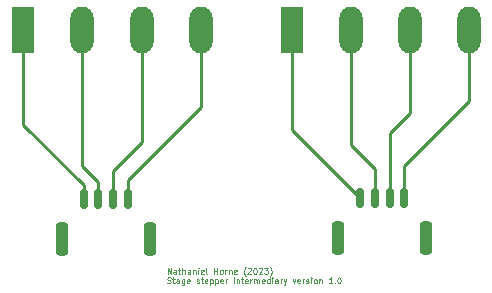
<source format=gbr>
%TF.GenerationSoftware,KiCad,Pcbnew,7.0.6-7.0.6~ubuntu22.04.1*%
%TF.CreationDate,2023-07-24T17:50:47-06:00*%
%TF.ProjectId,stepper_microscope_stage_intermediaries,73746570-7065-4725-9f6d-6963726f7363,rev?*%
%TF.SameCoordinates,Original*%
%TF.FileFunction,Copper,L1,Top*%
%TF.FilePolarity,Positive*%
%FSLAX46Y46*%
G04 Gerber Fmt 4.6, Leading zero omitted, Abs format (unit mm)*
G04 Created by KiCad (PCBNEW 7.0.6-7.0.6~ubuntu22.04.1) date 2023-07-24 17:50:47*
%MOMM*%
%LPD*%
G01*
G04 APERTURE LIST*
G04 Aperture macros list*
%AMRoundRect*
0 Rectangle with rounded corners*
0 $1 Rounding radius*
0 $2 $3 $4 $5 $6 $7 $8 $9 X,Y pos of 4 corners*
0 Add a 4 corners polygon primitive as box body*
4,1,4,$2,$3,$4,$5,$6,$7,$8,$9,$2,$3,0*
0 Add four circle primitives for the rounded corners*
1,1,$1+$1,$2,$3*
1,1,$1+$1,$4,$5*
1,1,$1+$1,$6,$7*
1,1,$1+$1,$8,$9*
0 Add four rect primitives between the rounded corners*
20,1,$1+$1,$2,$3,$4,$5,0*
20,1,$1+$1,$4,$5,$6,$7,0*
20,1,$1+$1,$6,$7,$8,$9,0*
20,1,$1+$1,$8,$9,$2,$3,0*%
G04 Aperture macros list end*
%ADD10C,0.125000*%
%TA.AperFunction,NonConductor*%
%ADD11C,0.125000*%
%TD*%
%TA.AperFunction,ComponentPad*%
%ADD12R,1.980000X3.960000*%
%TD*%
%TA.AperFunction,ComponentPad*%
%ADD13O,1.980000X3.960000*%
%TD*%
%TA.AperFunction,SMDPad,CuDef*%
%ADD14RoundRect,0.250000X0.250000X1.150000X-0.250000X1.150000X-0.250000X-1.150000X0.250000X-1.150000X0*%
%TD*%
%TA.AperFunction,SMDPad,CuDef*%
%ADD15RoundRect,0.150000X0.150000X0.700000X-0.150000X0.700000X-0.150000X-0.700000X0.150000X-0.700000X0*%
%TD*%
%TA.AperFunction,Conductor*%
%ADD16C,0.250000*%
%TD*%
G04 APERTURE END LIST*
D10*
D11*
X148201283Y-114377309D02*
X148201283Y-113877309D01*
X148201283Y-113877309D02*
X148486997Y-114377309D01*
X148486997Y-114377309D02*
X148486997Y-113877309D01*
X148939379Y-114377309D02*
X148939379Y-114115404D01*
X148939379Y-114115404D02*
X148915569Y-114067785D01*
X148915569Y-114067785D02*
X148867950Y-114043976D01*
X148867950Y-114043976D02*
X148772712Y-114043976D01*
X148772712Y-114043976D02*
X148725093Y-114067785D01*
X148939379Y-114353500D02*
X148891760Y-114377309D01*
X148891760Y-114377309D02*
X148772712Y-114377309D01*
X148772712Y-114377309D02*
X148725093Y-114353500D01*
X148725093Y-114353500D02*
X148701284Y-114305880D01*
X148701284Y-114305880D02*
X148701284Y-114258261D01*
X148701284Y-114258261D02*
X148725093Y-114210642D01*
X148725093Y-114210642D02*
X148772712Y-114186833D01*
X148772712Y-114186833D02*
X148891760Y-114186833D01*
X148891760Y-114186833D02*
X148939379Y-114163023D01*
X149106046Y-114043976D02*
X149296522Y-114043976D01*
X149177474Y-113877309D02*
X149177474Y-114305880D01*
X149177474Y-114305880D02*
X149201284Y-114353500D01*
X149201284Y-114353500D02*
X149248903Y-114377309D01*
X149248903Y-114377309D02*
X149296522Y-114377309D01*
X149463188Y-114377309D02*
X149463188Y-113877309D01*
X149677474Y-114377309D02*
X149677474Y-114115404D01*
X149677474Y-114115404D02*
X149653664Y-114067785D01*
X149653664Y-114067785D02*
X149606045Y-114043976D01*
X149606045Y-114043976D02*
X149534617Y-114043976D01*
X149534617Y-114043976D02*
X149486998Y-114067785D01*
X149486998Y-114067785D02*
X149463188Y-114091595D01*
X150129855Y-114377309D02*
X150129855Y-114115404D01*
X150129855Y-114115404D02*
X150106045Y-114067785D01*
X150106045Y-114067785D02*
X150058426Y-114043976D01*
X150058426Y-114043976D02*
X149963188Y-114043976D01*
X149963188Y-114043976D02*
X149915569Y-114067785D01*
X150129855Y-114353500D02*
X150082236Y-114377309D01*
X150082236Y-114377309D02*
X149963188Y-114377309D01*
X149963188Y-114377309D02*
X149915569Y-114353500D01*
X149915569Y-114353500D02*
X149891760Y-114305880D01*
X149891760Y-114305880D02*
X149891760Y-114258261D01*
X149891760Y-114258261D02*
X149915569Y-114210642D01*
X149915569Y-114210642D02*
X149963188Y-114186833D01*
X149963188Y-114186833D02*
X150082236Y-114186833D01*
X150082236Y-114186833D02*
X150129855Y-114163023D01*
X150367950Y-114043976D02*
X150367950Y-114377309D01*
X150367950Y-114091595D02*
X150391760Y-114067785D01*
X150391760Y-114067785D02*
X150439379Y-114043976D01*
X150439379Y-114043976D02*
X150510807Y-114043976D01*
X150510807Y-114043976D02*
X150558426Y-114067785D01*
X150558426Y-114067785D02*
X150582236Y-114115404D01*
X150582236Y-114115404D02*
X150582236Y-114377309D01*
X150820331Y-114377309D02*
X150820331Y-114043976D01*
X150820331Y-113877309D02*
X150796522Y-113901119D01*
X150796522Y-113901119D02*
X150820331Y-113924928D01*
X150820331Y-113924928D02*
X150844141Y-113901119D01*
X150844141Y-113901119D02*
X150820331Y-113877309D01*
X150820331Y-113877309D02*
X150820331Y-113924928D01*
X151248902Y-114353500D02*
X151201283Y-114377309D01*
X151201283Y-114377309D02*
X151106045Y-114377309D01*
X151106045Y-114377309D02*
X151058426Y-114353500D01*
X151058426Y-114353500D02*
X151034617Y-114305880D01*
X151034617Y-114305880D02*
X151034617Y-114115404D01*
X151034617Y-114115404D02*
X151058426Y-114067785D01*
X151058426Y-114067785D02*
X151106045Y-114043976D01*
X151106045Y-114043976D02*
X151201283Y-114043976D01*
X151201283Y-114043976D02*
X151248902Y-114067785D01*
X151248902Y-114067785D02*
X151272712Y-114115404D01*
X151272712Y-114115404D02*
X151272712Y-114163023D01*
X151272712Y-114163023D02*
X151034617Y-114210642D01*
X151558426Y-114377309D02*
X151510807Y-114353500D01*
X151510807Y-114353500D02*
X151486997Y-114305880D01*
X151486997Y-114305880D02*
X151486997Y-113877309D01*
X152129854Y-114377309D02*
X152129854Y-113877309D01*
X152129854Y-114115404D02*
X152415568Y-114115404D01*
X152415568Y-114377309D02*
X152415568Y-113877309D01*
X152725093Y-114377309D02*
X152677474Y-114353500D01*
X152677474Y-114353500D02*
X152653664Y-114329690D01*
X152653664Y-114329690D02*
X152629855Y-114282071D01*
X152629855Y-114282071D02*
X152629855Y-114139214D01*
X152629855Y-114139214D02*
X152653664Y-114091595D01*
X152653664Y-114091595D02*
X152677474Y-114067785D01*
X152677474Y-114067785D02*
X152725093Y-114043976D01*
X152725093Y-114043976D02*
X152796521Y-114043976D01*
X152796521Y-114043976D02*
X152844140Y-114067785D01*
X152844140Y-114067785D02*
X152867950Y-114091595D01*
X152867950Y-114091595D02*
X152891759Y-114139214D01*
X152891759Y-114139214D02*
X152891759Y-114282071D01*
X152891759Y-114282071D02*
X152867950Y-114329690D01*
X152867950Y-114329690D02*
X152844140Y-114353500D01*
X152844140Y-114353500D02*
X152796521Y-114377309D01*
X152796521Y-114377309D02*
X152725093Y-114377309D01*
X153106045Y-114377309D02*
X153106045Y-114043976D01*
X153106045Y-114139214D02*
X153129855Y-114091595D01*
X153129855Y-114091595D02*
X153153664Y-114067785D01*
X153153664Y-114067785D02*
X153201283Y-114043976D01*
X153201283Y-114043976D02*
X153248902Y-114043976D01*
X153415569Y-114043976D02*
X153415569Y-114377309D01*
X153415569Y-114091595D02*
X153439379Y-114067785D01*
X153439379Y-114067785D02*
X153486998Y-114043976D01*
X153486998Y-114043976D02*
X153558426Y-114043976D01*
X153558426Y-114043976D02*
X153606045Y-114067785D01*
X153606045Y-114067785D02*
X153629855Y-114115404D01*
X153629855Y-114115404D02*
X153629855Y-114377309D01*
X154058426Y-114353500D02*
X154010807Y-114377309D01*
X154010807Y-114377309D02*
X153915569Y-114377309D01*
X153915569Y-114377309D02*
X153867950Y-114353500D01*
X153867950Y-114353500D02*
X153844141Y-114305880D01*
X153844141Y-114305880D02*
X153844141Y-114115404D01*
X153844141Y-114115404D02*
X153867950Y-114067785D01*
X153867950Y-114067785D02*
X153915569Y-114043976D01*
X153915569Y-114043976D02*
X154010807Y-114043976D01*
X154010807Y-114043976D02*
X154058426Y-114067785D01*
X154058426Y-114067785D02*
X154082236Y-114115404D01*
X154082236Y-114115404D02*
X154082236Y-114163023D01*
X154082236Y-114163023D02*
X153844141Y-114210642D01*
X154820330Y-114567785D02*
X154796521Y-114543976D01*
X154796521Y-114543976D02*
X154748902Y-114472547D01*
X154748902Y-114472547D02*
X154725092Y-114424928D01*
X154725092Y-114424928D02*
X154701283Y-114353500D01*
X154701283Y-114353500D02*
X154677473Y-114234452D01*
X154677473Y-114234452D02*
X154677473Y-114139214D01*
X154677473Y-114139214D02*
X154701283Y-114020166D01*
X154701283Y-114020166D02*
X154725092Y-113948738D01*
X154725092Y-113948738D02*
X154748902Y-113901119D01*
X154748902Y-113901119D02*
X154796521Y-113829690D01*
X154796521Y-113829690D02*
X154820330Y-113805880D01*
X154986997Y-113924928D02*
X155010806Y-113901119D01*
X155010806Y-113901119D02*
X155058425Y-113877309D01*
X155058425Y-113877309D02*
X155177473Y-113877309D01*
X155177473Y-113877309D02*
X155225092Y-113901119D01*
X155225092Y-113901119D02*
X155248901Y-113924928D01*
X155248901Y-113924928D02*
X155272711Y-113972547D01*
X155272711Y-113972547D02*
X155272711Y-114020166D01*
X155272711Y-114020166D02*
X155248901Y-114091595D01*
X155248901Y-114091595D02*
X154963187Y-114377309D01*
X154963187Y-114377309D02*
X155272711Y-114377309D01*
X155582234Y-113877309D02*
X155629853Y-113877309D01*
X155629853Y-113877309D02*
X155677472Y-113901119D01*
X155677472Y-113901119D02*
X155701282Y-113924928D01*
X155701282Y-113924928D02*
X155725091Y-113972547D01*
X155725091Y-113972547D02*
X155748901Y-114067785D01*
X155748901Y-114067785D02*
X155748901Y-114186833D01*
X155748901Y-114186833D02*
X155725091Y-114282071D01*
X155725091Y-114282071D02*
X155701282Y-114329690D01*
X155701282Y-114329690D02*
X155677472Y-114353500D01*
X155677472Y-114353500D02*
X155629853Y-114377309D01*
X155629853Y-114377309D02*
X155582234Y-114377309D01*
X155582234Y-114377309D02*
X155534615Y-114353500D01*
X155534615Y-114353500D02*
X155510806Y-114329690D01*
X155510806Y-114329690D02*
X155486996Y-114282071D01*
X155486996Y-114282071D02*
X155463187Y-114186833D01*
X155463187Y-114186833D02*
X155463187Y-114067785D01*
X155463187Y-114067785D02*
X155486996Y-113972547D01*
X155486996Y-113972547D02*
X155510806Y-113924928D01*
X155510806Y-113924928D02*
X155534615Y-113901119D01*
X155534615Y-113901119D02*
X155582234Y-113877309D01*
X155939377Y-113924928D02*
X155963186Y-113901119D01*
X155963186Y-113901119D02*
X156010805Y-113877309D01*
X156010805Y-113877309D02*
X156129853Y-113877309D01*
X156129853Y-113877309D02*
X156177472Y-113901119D01*
X156177472Y-113901119D02*
X156201281Y-113924928D01*
X156201281Y-113924928D02*
X156225091Y-113972547D01*
X156225091Y-113972547D02*
X156225091Y-114020166D01*
X156225091Y-114020166D02*
X156201281Y-114091595D01*
X156201281Y-114091595D02*
X155915567Y-114377309D01*
X155915567Y-114377309D02*
X156225091Y-114377309D01*
X156391757Y-113877309D02*
X156701281Y-113877309D01*
X156701281Y-113877309D02*
X156534614Y-114067785D01*
X156534614Y-114067785D02*
X156606043Y-114067785D01*
X156606043Y-114067785D02*
X156653662Y-114091595D01*
X156653662Y-114091595D02*
X156677471Y-114115404D01*
X156677471Y-114115404D02*
X156701281Y-114163023D01*
X156701281Y-114163023D02*
X156701281Y-114282071D01*
X156701281Y-114282071D02*
X156677471Y-114329690D01*
X156677471Y-114329690D02*
X156653662Y-114353500D01*
X156653662Y-114353500D02*
X156606043Y-114377309D01*
X156606043Y-114377309D02*
X156463186Y-114377309D01*
X156463186Y-114377309D02*
X156415567Y-114353500D01*
X156415567Y-114353500D02*
X156391757Y-114329690D01*
X156867947Y-114567785D02*
X156891757Y-114543976D01*
X156891757Y-114543976D02*
X156939376Y-114472547D01*
X156939376Y-114472547D02*
X156963185Y-114424928D01*
X156963185Y-114424928D02*
X156986995Y-114353500D01*
X156986995Y-114353500D02*
X157010804Y-114234452D01*
X157010804Y-114234452D02*
X157010804Y-114139214D01*
X157010804Y-114139214D02*
X156986995Y-114020166D01*
X156986995Y-114020166D02*
X156963185Y-113948738D01*
X156963185Y-113948738D02*
X156939376Y-113901119D01*
X156939376Y-113901119D02*
X156891757Y-113829690D01*
X156891757Y-113829690D02*
X156867947Y-113805880D01*
X148177474Y-115158500D02*
X148248902Y-115182309D01*
X148248902Y-115182309D02*
X148367950Y-115182309D01*
X148367950Y-115182309D02*
X148415569Y-115158500D01*
X148415569Y-115158500D02*
X148439378Y-115134690D01*
X148439378Y-115134690D02*
X148463188Y-115087071D01*
X148463188Y-115087071D02*
X148463188Y-115039452D01*
X148463188Y-115039452D02*
X148439378Y-114991833D01*
X148439378Y-114991833D02*
X148415569Y-114968023D01*
X148415569Y-114968023D02*
X148367950Y-114944214D01*
X148367950Y-114944214D02*
X148272712Y-114920404D01*
X148272712Y-114920404D02*
X148225093Y-114896595D01*
X148225093Y-114896595D02*
X148201283Y-114872785D01*
X148201283Y-114872785D02*
X148177474Y-114825166D01*
X148177474Y-114825166D02*
X148177474Y-114777547D01*
X148177474Y-114777547D02*
X148201283Y-114729928D01*
X148201283Y-114729928D02*
X148225093Y-114706119D01*
X148225093Y-114706119D02*
X148272712Y-114682309D01*
X148272712Y-114682309D02*
X148391759Y-114682309D01*
X148391759Y-114682309D02*
X148463188Y-114706119D01*
X148606045Y-114848976D02*
X148796521Y-114848976D01*
X148677473Y-114682309D02*
X148677473Y-115110880D01*
X148677473Y-115110880D02*
X148701283Y-115158500D01*
X148701283Y-115158500D02*
X148748902Y-115182309D01*
X148748902Y-115182309D02*
X148796521Y-115182309D01*
X149177473Y-115182309D02*
X149177473Y-114920404D01*
X149177473Y-114920404D02*
X149153663Y-114872785D01*
X149153663Y-114872785D02*
X149106044Y-114848976D01*
X149106044Y-114848976D02*
X149010806Y-114848976D01*
X149010806Y-114848976D02*
X148963187Y-114872785D01*
X149177473Y-115158500D02*
X149129854Y-115182309D01*
X149129854Y-115182309D02*
X149010806Y-115182309D01*
X149010806Y-115182309D02*
X148963187Y-115158500D01*
X148963187Y-115158500D02*
X148939378Y-115110880D01*
X148939378Y-115110880D02*
X148939378Y-115063261D01*
X148939378Y-115063261D02*
X148963187Y-115015642D01*
X148963187Y-115015642D02*
X149010806Y-114991833D01*
X149010806Y-114991833D02*
X149129854Y-114991833D01*
X149129854Y-114991833D02*
X149177473Y-114968023D01*
X149629854Y-114848976D02*
X149629854Y-115253738D01*
X149629854Y-115253738D02*
X149606044Y-115301357D01*
X149606044Y-115301357D02*
X149582235Y-115325166D01*
X149582235Y-115325166D02*
X149534616Y-115348976D01*
X149534616Y-115348976D02*
X149463187Y-115348976D01*
X149463187Y-115348976D02*
X149415568Y-115325166D01*
X149629854Y-115158500D02*
X149582235Y-115182309D01*
X149582235Y-115182309D02*
X149486997Y-115182309D01*
X149486997Y-115182309D02*
X149439378Y-115158500D01*
X149439378Y-115158500D02*
X149415568Y-115134690D01*
X149415568Y-115134690D02*
X149391759Y-115087071D01*
X149391759Y-115087071D02*
X149391759Y-114944214D01*
X149391759Y-114944214D02*
X149415568Y-114896595D01*
X149415568Y-114896595D02*
X149439378Y-114872785D01*
X149439378Y-114872785D02*
X149486997Y-114848976D01*
X149486997Y-114848976D02*
X149582235Y-114848976D01*
X149582235Y-114848976D02*
X149629854Y-114872785D01*
X150058425Y-115158500D02*
X150010806Y-115182309D01*
X150010806Y-115182309D02*
X149915568Y-115182309D01*
X149915568Y-115182309D02*
X149867949Y-115158500D01*
X149867949Y-115158500D02*
X149844140Y-115110880D01*
X149844140Y-115110880D02*
X149844140Y-114920404D01*
X149844140Y-114920404D02*
X149867949Y-114872785D01*
X149867949Y-114872785D02*
X149915568Y-114848976D01*
X149915568Y-114848976D02*
X150010806Y-114848976D01*
X150010806Y-114848976D02*
X150058425Y-114872785D01*
X150058425Y-114872785D02*
X150082235Y-114920404D01*
X150082235Y-114920404D02*
X150082235Y-114968023D01*
X150082235Y-114968023D02*
X149844140Y-115015642D01*
X150653663Y-115158500D02*
X150701282Y-115182309D01*
X150701282Y-115182309D02*
X150796520Y-115182309D01*
X150796520Y-115182309D02*
X150844139Y-115158500D01*
X150844139Y-115158500D02*
X150867948Y-115110880D01*
X150867948Y-115110880D02*
X150867948Y-115087071D01*
X150867948Y-115087071D02*
X150844139Y-115039452D01*
X150844139Y-115039452D02*
X150796520Y-115015642D01*
X150796520Y-115015642D02*
X150725091Y-115015642D01*
X150725091Y-115015642D02*
X150677472Y-114991833D01*
X150677472Y-114991833D02*
X150653663Y-114944214D01*
X150653663Y-114944214D02*
X150653663Y-114920404D01*
X150653663Y-114920404D02*
X150677472Y-114872785D01*
X150677472Y-114872785D02*
X150725091Y-114848976D01*
X150725091Y-114848976D02*
X150796520Y-114848976D01*
X150796520Y-114848976D02*
X150844139Y-114872785D01*
X151010806Y-114848976D02*
X151201282Y-114848976D01*
X151082234Y-114682309D02*
X151082234Y-115110880D01*
X151082234Y-115110880D02*
X151106044Y-115158500D01*
X151106044Y-115158500D02*
X151153663Y-115182309D01*
X151153663Y-115182309D02*
X151201282Y-115182309D01*
X151558424Y-115158500D02*
X151510805Y-115182309D01*
X151510805Y-115182309D02*
X151415567Y-115182309D01*
X151415567Y-115182309D02*
X151367948Y-115158500D01*
X151367948Y-115158500D02*
X151344139Y-115110880D01*
X151344139Y-115110880D02*
X151344139Y-114920404D01*
X151344139Y-114920404D02*
X151367948Y-114872785D01*
X151367948Y-114872785D02*
X151415567Y-114848976D01*
X151415567Y-114848976D02*
X151510805Y-114848976D01*
X151510805Y-114848976D02*
X151558424Y-114872785D01*
X151558424Y-114872785D02*
X151582234Y-114920404D01*
X151582234Y-114920404D02*
X151582234Y-114968023D01*
X151582234Y-114968023D02*
X151344139Y-115015642D01*
X151796519Y-114848976D02*
X151796519Y-115348976D01*
X151796519Y-114872785D02*
X151844138Y-114848976D01*
X151844138Y-114848976D02*
X151939376Y-114848976D01*
X151939376Y-114848976D02*
X151986995Y-114872785D01*
X151986995Y-114872785D02*
X152010805Y-114896595D01*
X152010805Y-114896595D02*
X152034614Y-114944214D01*
X152034614Y-114944214D02*
X152034614Y-115087071D01*
X152034614Y-115087071D02*
X152010805Y-115134690D01*
X152010805Y-115134690D02*
X151986995Y-115158500D01*
X151986995Y-115158500D02*
X151939376Y-115182309D01*
X151939376Y-115182309D02*
X151844138Y-115182309D01*
X151844138Y-115182309D02*
X151796519Y-115158500D01*
X152248900Y-114848976D02*
X152248900Y-115348976D01*
X152248900Y-114872785D02*
X152296519Y-114848976D01*
X152296519Y-114848976D02*
X152391757Y-114848976D01*
X152391757Y-114848976D02*
X152439376Y-114872785D01*
X152439376Y-114872785D02*
X152463186Y-114896595D01*
X152463186Y-114896595D02*
X152486995Y-114944214D01*
X152486995Y-114944214D02*
X152486995Y-115087071D01*
X152486995Y-115087071D02*
X152463186Y-115134690D01*
X152463186Y-115134690D02*
X152439376Y-115158500D01*
X152439376Y-115158500D02*
X152391757Y-115182309D01*
X152391757Y-115182309D02*
X152296519Y-115182309D01*
X152296519Y-115182309D02*
X152248900Y-115158500D01*
X152891757Y-115158500D02*
X152844138Y-115182309D01*
X152844138Y-115182309D02*
X152748900Y-115182309D01*
X152748900Y-115182309D02*
X152701281Y-115158500D01*
X152701281Y-115158500D02*
X152677472Y-115110880D01*
X152677472Y-115110880D02*
X152677472Y-114920404D01*
X152677472Y-114920404D02*
X152701281Y-114872785D01*
X152701281Y-114872785D02*
X152748900Y-114848976D01*
X152748900Y-114848976D02*
X152844138Y-114848976D01*
X152844138Y-114848976D02*
X152891757Y-114872785D01*
X152891757Y-114872785D02*
X152915567Y-114920404D01*
X152915567Y-114920404D02*
X152915567Y-114968023D01*
X152915567Y-114968023D02*
X152677472Y-115015642D01*
X153129852Y-115182309D02*
X153129852Y-114848976D01*
X153129852Y-114944214D02*
X153153662Y-114896595D01*
X153153662Y-114896595D02*
X153177471Y-114872785D01*
X153177471Y-114872785D02*
X153225090Y-114848976D01*
X153225090Y-114848976D02*
X153272709Y-114848976D01*
X153820328Y-115182309D02*
X153820328Y-114848976D01*
X153820328Y-114682309D02*
X153796519Y-114706119D01*
X153796519Y-114706119D02*
X153820328Y-114729928D01*
X153820328Y-114729928D02*
X153844138Y-114706119D01*
X153844138Y-114706119D02*
X153820328Y-114682309D01*
X153820328Y-114682309D02*
X153820328Y-114729928D01*
X154058423Y-114848976D02*
X154058423Y-115182309D01*
X154058423Y-114896595D02*
X154082233Y-114872785D01*
X154082233Y-114872785D02*
X154129852Y-114848976D01*
X154129852Y-114848976D02*
X154201280Y-114848976D01*
X154201280Y-114848976D02*
X154248899Y-114872785D01*
X154248899Y-114872785D02*
X154272709Y-114920404D01*
X154272709Y-114920404D02*
X154272709Y-115182309D01*
X154439376Y-114848976D02*
X154629852Y-114848976D01*
X154510804Y-114682309D02*
X154510804Y-115110880D01*
X154510804Y-115110880D02*
X154534614Y-115158500D01*
X154534614Y-115158500D02*
X154582233Y-115182309D01*
X154582233Y-115182309D02*
X154629852Y-115182309D01*
X154986994Y-115158500D02*
X154939375Y-115182309D01*
X154939375Y-115182309D02*
X154844137Y-115182309D01*
X154844137Y-115182309D02*
X154796518Y-115158500D01*
X154796518Y-115158500D02*
X154772709Y-115110880D01*
X154772709Y-115110880D02*
X154772709Y-114920404D01*
X154772709Y-114920404D02*
X154796518Y-114872785D01*
X154796518Y-114872785D02*
X154844137Y-114848976D01*
X154844137Y-114848976D02*
X154939375Y-114848976D01*
X154939375Y-114848976D02*
X154986994Y-114872785D01*
X154986994Y-114872785D02*
X155010804Y-114920404D01*
X155010804Y-114920404D02*
X155010804Y-114968023D01*
X155010804Y-114968023D02*
X154772709Y-115015642D01*
X155225089Y-115182309D02*
X155225089Y-114848976D01*
X155225089Y-114944214D02*
X155248899Y-114896595D01*
X155248899Y-114896595D02*
X155272708Y-114872785D01*
X155272708Y-114872785D02*
X155320327Y-114848976D01*
X155320327Y-114848976D02*
X155367946Y-114848976D01*
X155534613Y-115182309D02*
X155534613Y-114848976D01*
X155534613Y-114896595D02*
X155558423Y-114872785D01*
X155558423Y-114872785D02*
X155606042Y-114848976D01*
X155606042Y-114848976D02*
X155677470Y-114848976D01*
X155677470Y-114848976D02*
X155725089Y-114872785D01*
X155725089Y-114872785D02*
X155748899Y-114920404D01*
X155748899Y-114920404D02*
X155748899Y-115182309D01*
X155748899Y-114920404D02*
X155772708Y-114872785D01*
X155772708Y-114872785D02*
X155820327Y-114848976D01*
X155820327Y-114848976D02*
X155891756Y-114848976D01*
X155891756Y-114848976D02*
X155939375Y-114872785D01*
X155939375Y-114872785D02*
X155963185Y-114920404D01*
X155963185Y-114920404D02*
X155963185Y-115182309D01*
X156391756Y-115158500D02*
X156344137Y-115182309D01*
X156344137Y-115182309D02*
X156248899Y-115182309D01*
X156248899Y-115182309D02*
X156201280Y-115158500D01*
X156201280Y-115158500D02*
X156177471Y-115110880D01*
X156177471Y-115110880D02*
X156177471Y-114920404D01*
X156177471Y-114920404D02*
X156201280Y-114872785D01*
X156201280Y-114872785D02*
X156248899Y-114848976D01*
X156248899Y-114848976D02*
X156344137Y-114848976D01*
X156344137Y-114848976D02*
X156391756Y-114872785D01*
X156391756Y-114872785D02*
X156415566Y-114920404D01*
X156415566Y-114920404D02*
X156415566Y-114968023D01*
X156415566Y-114968023D02*
X156177471Y-115015642D01*
X156844137Y-115182309D02*
X156844137Y-114682309D01*
X156844137Y-115158500D02*
X156796518Y-115182309D01*
X156796518Y-115182309D02*
X156701280Y-115182309D01*
X156701280Y-115182309D02*
X156653661Y-115158500D01*
X156653661Y-115158500D02*
X156629851Y-115134690D01*
X156629851Y-115134690D02*
X156606042Y-115087071D01*
X156606042Y-115087071D02*
X156606042Y-114944214D01*
X156606042Y-114944214D02*
X156629851Y-114896595D01*
X156629851Y-114896595D02*
X156653661Y-114872785D01*
X156653661Y-114872785D02*
X156701280Y-114848976D01*
X156701280Y-114848976D02*
X156796518Y-114848976D01*
X156796518Y-114848976D02*
X156844137Y-114872785D01*
X157082232Y-115182309D02*
X157082232Y-114848976D01*
X157082232Y-114682309D02*
X157058423Y-114706119D01*
X157058423Y-114706119D02*
X157082232Y-114729928D01*
X157082232Y-114729928D02*
X157106042Y-114706119D01*
X157106042Y-114706119D02*
X157082232Y-114682309D01*
X157082232Y-114682309D02*
X157082232Y-114729928D01*
X157534613Y-115182309D02*
X157534613Y-114920404D01*
X157534613Y-114920404D02*
X157510803Y-114872785D01*
X157510803Y-114872785D02*
X157463184Y-114848976D01*
X157463184Y-114848976D02*
X157367946Y-114848976D01*
X157367946Y-114848976D02*
X157320327Y-114872785D01*
X157534613Y-115158500D02*
X157486994Y-115182309D01*
X157486994Y-115182309D02*
X157367946Y-115182309D01*
X157367946Y-115182309D02*
X157320327Y-115158500D01*
X157320327Y-115158500D02*
X157296518Y-115110880D01*
X157296518Y-115110880D02*
X157296518Y-115063261D01*
X157296518Y-115063261D02*
X157320327Y-115015642D01*
X157320327Y-115015642D02*
X157367946Y-114991833D01*
X157367946Y-114991833D02*
X157486994Y-114991833D01*
X157486994Y-114991833D02*
X157534613Y-114968023D01*
X157772708Y-115182309D02*
X157772708Y-114848976D01*
X157772708Y-114944214D02*
X157796518Y-114896595D01*
X157796518Y-114896595D02*
X157820327Y-114872785D01*
X157820327Y-114872785D02*
X157867946Y-114848976D01*
X157867946Y-114848976D02*
X157915565Y-114848976D01*
X158034613Y-114848976D02*
X158153661Y-115182309D01*
X158272708Y-114848976D02*
X158153661Y-115182309D01*
X158153661Y-115182309D02*
X158106042Y-115301357D01*
X158106042Y-115301357D02*
X158082232Y-115325166D01*
X158082232Y-115325166D02*
X158034613Y-115348976D01*
X158796517Y-114848976D02*
X158915565Y-115182309D01*
X158915565Y-115182309D02*
X159034612Y-114848976D01*
X159415564Y-115158500D02*
X159367945Y-115182309D01*
X159367945Y-115182309D02*
X159272707Y-115182309D01*
X159272707Y-115182309D02*
X159225088Y-115158500D01*
X159225088Y-115158500D02*
X159201279Y-115110880D01*
X159201279Y-115110880D02*
X159201279Y-114920404D01*
X159201279Y-114920404D02*
X159225088Y-114872785D01*
X159225088Y-114872785D02*
X159272707Y-114848976D01*
X159272707Y-114848976D02*
X159367945Y-114848976D01*
X159367945Y-114848976D02*
X159415564Y-114872785D01*
X159415564Y-114872785D02*
X159439374Y-114920404D01*
X159439374Y-114920404D02*
X159439374Y-114968023D01*
X159439374Y-114968023D02*
X159201279Y-115015642D01*
X159653659Y-115182309D02*
X159653659Y-114848976D01*
X159653659Y-114944214D02*
X159677469Y-114896595D01*
X159677469Y-114896595D02*
X159701278Y-114872785D01*
X159701278Y-114872785D02*
X159748897Y-114848976D01*
X159748897Y-114848976D02*
X159796516Y-114848976D01*
X159939374Y-115158500D02*
X159986993Y-115182309D01*
X159986993Y-115182309D02*
X160082231Y-115182309D01*
X160082231Y-115182309D02*
X160129850Y-115158500D01*
X160129850Y-115158500D02*
X160153659Y-115110880D01*
X160153659Y-115110880D02*
X160153659Y-115087071D01*
X160153659Y-115087071D02*
X160129850Y-115039452D01*
X160129850Y-115039452D02*
X160082231Y-115015642D01*
X160082231Y-115015642D02*
X160010802Y-115015642D01*
X160010802Y-115015642D02*
X159963183Y-114991833D01*
X159963183Y-114991833D02*
X159939374Y-114944214D01*
X159939374Y-114944214D02*
X159939374Y-114920404D01*
X159939374Y-114920404D02*
X159963183Y-114872785D01*
X159963183Y-114872785D02*
X160010802Y-114848976D01*
X160010802Y-114848976D02*
X160082231Y-114848976D01*
X160082231Y-114848976D02*
X160129850Y-114872785D01*
X160367945Y-115182309D02*
X160367945Y-114848976D01*
X160367945Y-114682309D02*
X160344136Y-114706119D01*
X160344136Y-114706119D02*
X160367945Y-114729928D01*
X160367945Y-114729928D02*
X160391755Y-114706119D01*
X160391755Y-114706119D02*
X160367945Y-114682309D01*
X160367945Y-114682309D02*
X160367945Y-114729928D01*
X160677469Y-115182309D02*
X160629850Y-115158500D01*
X160629850Y-115158500D02*
X160606040Y-115134690D01*
X160606040Y-115134690D02*
X160582231Y-115087071D01*
X160582231Y-115087071D02*
X160582231Y-114944214D01*
X160582231Y-114944214D02*
X160606040Y-114896595D01*
X160606040Y-114896595D02*
X160629850Y-114872785D01*
X160629850Y-114872785D02*
X160677469Y-114848976D01*
X160677469Y-114848976D02*
X160748897Y-114848976D01*
X160748897Y-114848976D02*
X160796516Y-114872785D01*
X160796516Y-114872785D02*
X160820326Y-114896595D01*
X160820326Y-114896595D02*
X160844135Y-114944214D01*
X160844135Y-114944214D02*
X160844135Y-115087071D01*
X160844135Y-115087071D02*
X160820326Y-115134690D01*
X160820326Y-115134690D02*
X160796516Y-115158500D01*
X160796516Y-115158500D02*
X160748897Y-115182309D01*
X160748897Y-115182309D02*
X160677469Y-115182309D01*
X161058421Y-114848976D02*
X161058421Y-115182309D01*
X161058421Y-114896595D02*
X161082231Y-114872785D01*
X161082231Y-114872785D02*
X161129850Y-114848976D01*
X161129850Y-114848976D02*
X161201278Y-114848976D01*
X161201278Y-114848976D02*
X161248897Y-114872785D01*
X161248897Y-114872785D02*
X161272707Y-114920404D01*
X161272707Y-114920404D02*
X161272707Y-115182309D01*
X162153659Y-115182309D02*
X161867945Y-115182309D01*
X162010802Y-115182309D02*
X162010802Y-114682309D01*
X162010802Y-114682309D02*
X161963183Y-114753738D01*
X161963183Y-114753738D02*
X161915564Y-114801357D01*
X161915564Y-114801357D02*
X161867945Y-114825166D01*
X162367944Y-115134690D02*
X162391754Y-115158500D01*
X162391754Y-115158500D02*
X162367944Y-115182309D01*
X162367944Y-115182309D02*
X162344135Y-115158500D01*
X162344135Y-115158500D02*
X162367944Y-115134690D01*
X162367944Y-115134690D02*
X162367944Y-115182309D01*
X162701277Y-114682309D02*
X162748896Y-114682309D01*
X162748896Y-114682309D02*
X162796515Y-114706119D01*
X162796515Y-114706119D02*
X162820325Y-114729928D01*
X162820325Y-114729928D02*
X162844134Y-114777547D01*
X162844134Y-114777547D02*
X162867944Y-114872785D01*
X162867944Y-114872785D02*
X162867944Y-114991833D01*
X162867944Y-114991833D02*
X162844134Y-115087071D01*
X162844134Y-115087071D02*
X162820325Y-115134690D01*
X162820325Y-115134690D02*
X162796515Y-115158500D01*
X162796515Y-115158500D02*
X162748896Y-115182309D01*
X162748896Y-115182309D02*
X162701277Y-115182309D01*
X162701277Y-115182309D02*
X162653658Y-115158500D01*
X162653658Y-115158500D02*
X162629849Y-115134690D01*
X162629849Y-115134690D02*
X162606039Y-115087071D01*
X162606039Y-115087071D02*
X162582230Y-114991833D01*
X162582230Y-114991833D02*
X162582230Y-114872785D01*
X162582230Y-114872785D02*
X162606039Y-114777547D01*
X162606039Y-114777547D02*
X162629849Y-114729928D01*
X162629849Y-114729928D02*
X162653658Y-114706119D01*
X162653658Y-114706119D02*
X162701277Y-114682309D01*
D12*
%TO.P,J4,1,Pin_1*%
%TO.N,Net-(J3-Pin_4)*%
X158740000Y-93750000D03*
D13*
%TO.P,J4,2,Pin_2*%
%TO.N,Net-(J3-Pin_3)*%
X163740000Y-93750000D03*
%TO.P,J4,3,Pin_3*%
%TO.N,Net-(J3-Pin_2)*%
X168740000Y-93750000D03*
%TO.P,J4,4,Pin_4*%
%TO.N,Net-(J3-Pin_1)*%
X173740000Y-93750000D03*
%TD*%
D14*
%TO.P,J3,MP*%
%TO.N,N/C*%
X170105000Y-111320000D03*
X162655000Y-111320000D03*
D15*
%TO.P,J3,4,Pin_4*%
%TO.N,Net-(J3-Pin_4)*%
X164505000Y-107970000D03*
%TO.P,J3,3,Pin_3*%
%TO.N,Net-(J3-Pin_3)*%
X165755000Y-107970000D03*
%TO.P,J3,2,Pin_2*%
%TO.N,Net-(J3-Pin_2)*%
X167005000Y-107970000D03*
%TO.P,J3,1,Pin_1*%
%TO.N,Net-(J3-Pin_1)*%
X168255000Y-107970000D03*
%TD*%
D12*
%TO.P,J2,1,Pin_1*%
%TO.N,Net-(J1-Pin_4)*%
X136000000Y-93750000D03*
D13*
%TO.P,J2,2,Pin_2*%
%TO.N,Net-(J1-Pin_3)*%
X141000000Y-93750000D03*
%TO.P,J2,3,Pin_3*%
%TO.N,Net-(J1-Pin_2)*%
X146000000Y-93750000D03*
%TO.P,J2,4,Pin_4*%
%TO.N,Net-(J1-Pin_1)*%
X151000000Y-93750000D03*
%TD*%
D15*
%TO.P,J1,1,Pin_1*%
%TO.N,Net-(J1-Pin_1)*%
X144850000Y-108050000D03*
%TO.P,J1,2,Pin_2*%
%TO.N,Net-(J1-Pin_2)*%
X143600000Y-108050000D03*
%TO.P,J1,3,Pin_3*%
%TO.N,Net-(J1-Pin_3)*%
X142350000Y-108050000D03*
%TO.P,J1,4,Pin_4*%
%TO.N,Net-(J1-Pin_4)*%
X141100000Y-108050000D03*
D14*
%TO.P,J1,MP*%
%TO.N,N/C*%
X139250000Y-111400000D03*
X146700000Y-111400000D03*
%TD*%
D16*
%TO.N,Net-(J3-Pin_1)*%
X168255000Y-107970000D02*
X168255000Y-105245000D01*
X168255000Y-105245000D02*
X173740000Y-99760000D01*
X173740000Y-99760000D02*
X173740000Y-93750000D01*
%TO.N,Net-(J3-Pin_2)*%
X167005000Y-102495000D02*
X168750000Y-100750000D01*
X168750000Y-100750000D02*
X168740000Y-100740000D01*
X167005000Y-107970000D02*
X167005000Y-102495000D01*
X168740000Y-100740000D02*
X168740000Y-93750000D01*
%TO.N,Net-(J3-Pin_3)*%
X165755000Y-107970000D02*
X165755000Y-105505000D01*
X165755000Y-105505000D02*
X163740000Y-103490000D01*
X163740000Y-103490000D02*
X163740000Y-93750000D01*
%TO.N,Net-(J3-Pin_4)*%
X164505000Y-107970000D02*
X158740000Y-102205000D01*
X158740000Y-102205000D02*
X158740000Y-93750000D01*
%TO.N,Net-(J1-Pin_1)*%
X144850000Y-108050000D02*
X144850000Y-106400000D01*
X144850000Y-106400000D02*
X151000000Y-100250000D01*
X151000000Y-100250000D02*
X151000000Y-93750000D01*
%TO.N,Net-(J1-Pin_2)*%
X146000000Y-93750000D02*
X146000000Y-103250000D01*
X146000000Y-103250000D02*
X143600000Y-105650000D01*
X143600000Y-105650000D02*
X143600000Y-108050000D01*
%TO.N,Net-(J1-Pin_3)*%
X141000000Y-93750000D02*
X141000000Y-105250000D01*
X141000000Y-105250000D02*
X142350000Y-106600000D01*
X142350000Y-108050000D02*
X142350000Y-106600000D01*
%TO.N,Net-(J1-Pin_4)*%
X141100000Y-108050000D02*
X141100000Y-106850000D01*
X141100000Y-106850000D02*
X136000000Y-101750000D01*
X136000000Y-101750000D02*
X136000000Y-93750000D01*
%TD*%
M02*

</source>
